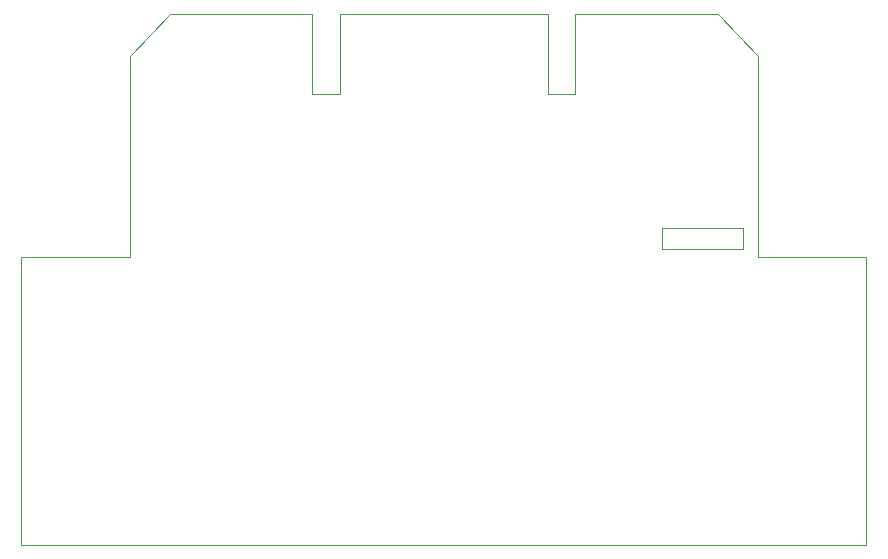
<source format=gbr>
%TF.GenerationSoftware,KiCad,Pcbnew,(5.1.10)-1*%
%TF.CreationDate,2021-11-08T10:20:26+05:30*%
%TF.ProjectId,Modbus_IO_Board,4d6f6462-7573-45f4-994f-5f426f617264,rev?*%
%TF.SameCoordinates,Original*%
%TF.FileFunction,Profile,NP*%
%FSLAX46Y46*%
G04 Gerber Fmt 4.6, Leading zero omitted, Abs format (unit mm)*
G04 Created by KiCad (PCBNEW (5.1.10)-1) date 2021-11-08 10:20:26*
%MOMM*%
%LPD*%
G01*
G04 APERTURE LIST*
%TA.AperFunction,Profile*%
%ADD10C,0.050000*%
%TD*%
G04 APERTURE END LIST*
D10*
X218990000Y-80000000D02*
X222330000Y-83540000D01*
X169200000Y-83540000D02*
X172540000Y-80000000D01*
X214200000Y-99900000D02*
X214200000Y-98100000D01*
X221100000Y-99900000D02*
X214200000Y-99900000D01*
X221100000Y-98100000D02*
X221100000Y-99900000D01*
X214200000Y-98100000D02*
X221100000Y-98100000D01*
X206897800Y-80004400D02*
X218990000Y-80000000D01*
X172540000Y-80000000D02*
X184634000Y-80004400D01*
X222330000Y-100580000D02*
X231530000Y-100580000D01*
X222330000Y-100580000D02*
X222330000Y-83540000D01*
X231530000Y-125000000D02*
X231530000Y-100580000D01*
X169200000Y-100580000D02*
X169200000Y-83540000D01*
X160000000Y-100580000D02*
X169200000Y-100580000D01*
X160000000Y-125000000D02*
X231530000Y-125000000D01*
X160000000Y-125000000D02*
X160000000Y-100580000D01*
X184634000Y-80004400D02*
X184634000Y-86796400D01*
X184634000Y-86796400D02*
X186974000Y-86796400D01*
X204586400Y-80004400D02*
X204586400Y-86786200D01*
X204586400Y-86786200D02*
X206897800Y-86786200D01*
X206897800Y-86786200D02*
X206897800Y-80004400D01*
X186974000Y-80004400D02*
X204586400Y-80004400D01*
X186974000Y-86796400D02*
X186974000Y-80004400D01*
M02*

</source>
